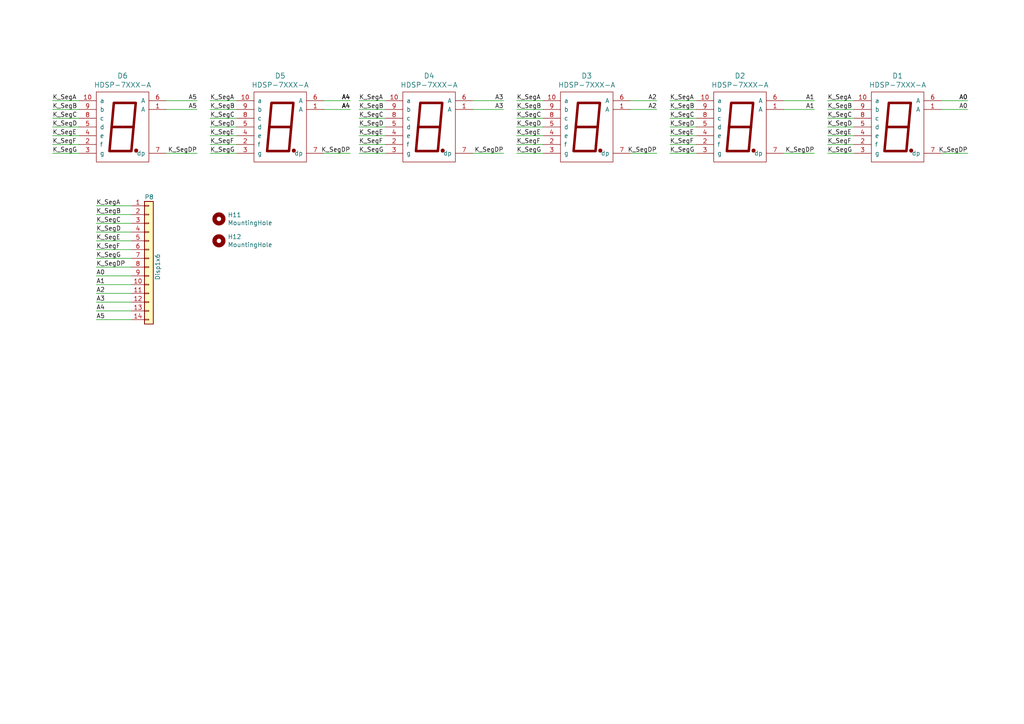
<source format=kicad_sch>
(kicad_sch (version 20211123) (generator eeschema)
  (paper "A4")
  (lib_symbols
    (symbol "Connector_Generic:Conn_01x14" (pin_names (offset 1.016) hide)
      (property "Reference" "J" (at 0 17.78 0))
      (property "Value" "Conn_01x14" (at 0 -20.32 0))
      (symbol "Conn_01x14_1_1"
        (rectangle (start -1.27 -17.653) (end 0 -17.907) (stroke (width 0.1524)))
        (rectangle (start -1.27 -15.113) (end 0 -15.367) (stroke (width 0.1524)))
        (rectangle (start -1.27 -12.573) (end 0 -12.827) (stroke (width 0.1524)))
        (rectangle (start -1.27 -10.033) (end 0 -10.287) (stroke (width 0.1524)))
        (rectangle (start -1.27 -7.493) (end 0 -7.747) (stroke (width 0.1524)))
        (rectangle (start -1.27 -4.953) (end 0 -5.207) (stroke (width 0.1524)))
        (rectangle (start -1.27 -2.413) (end 0 -2.667) (stroke (width 0.1524)))
        (rectangle (start -1.27 0.127) (end 0 -0.127) (stroke (width 0.1524)))
        (rectangle (start -1.27 2.667) (end 0 2.413) (stroke (width 0.1524)))
        (rectangle (start -1.27 5.207) (end 0 4.953) (stroke (width 0.1524)))
        (rectangle (start -1.27 7.747) (end 0 7.493) (stroke (width 0.1524)))
        (rectangle (start -1.27 10.287) (end 0 10.033) (stroke (width 0.1524)))
        (rectangle (start -1.27 12.827) (end 0 12.573) (stroke (width 0.1524)))
        (rectangle (start -1.27 15.367) (end 0 15.113) (stroke (width 0.1524)))
        (rectangle (start -1.27 16.51) (end 1.27 -19.05) (stroke (width 0.254)) (fill (type background)))
        (pin passive line (at -5.08 15.24 0) (length 3.81) (name "Pin_1") (number "1"))
        (pin passive line (at -5.08 -7.62 0) (length 3.81) (name "Pin_10") (number "10"))
        (pin passive line (at -5.08 -10.16 0) (length 3.81) (name "Pin_11") (number "11"))
        (pin passive line (at -5.08 -12.7 0) (length 3.81) (name "Pin_12") (number "12"))
        (pin passive line (at -5.08 -15.24 0) (length 3.81) (name "Pin_13") (number "13"))
        (pin passive line (at -5.08 -17.78 0) (length 3.81) (name "Pin_14") (number "14"))
        (pin passive line (at -5.08 12.7 0) (length 3.81) (name "Pin_2") (number "2"))
        (pin passive line (at -5.08 10.16 0) (length 3.81) (name "Pin_3") (number "3"))
        (pin passive line (at -5.08 7.62 0) (length 3.81) (name "Pin_4") (number "4"))
        (pin passive line (at -5.08 5.08 0) (length 3.81) (name "Pin_5") (number "5"))
        (pin passive line (at -5.08 2.54 0) (length 3.81) (name "Pin_6") (number "6"))
        (pin passive line (at -5.08 0 0) (length 3.81) (name "Pin_7") (number "7"))
        (pin passive line (at -5.08 -2.54 0) (length 3.81) (name "Pin_8") (number "8"))
        (pin passive line (at -5.08 -5.08 0) (length 3.81) (name "Pin_9") (number "9"))
      )
    )
    (symbol "GCC_display:HDSP-7XXX-A" (pin_names (offset 1.016))
      (property "Reference" "D" (at -5.08 11.43 0))
      (property "Value" "HDSP-7XXX-A" (at 0 -11.43 0))
      (property "Datasheet" "Display/HDSP-7xxx.pdf" (at 0 0 0))
      (symbol "HDSP-7XXX-A_0_1"
        (rectangle (start -7.62 10.16) (end 7.62 -10.16))
        (polyline (pts (xy -3.175 0) (xy -2.54 6.985) (xy 3.81 6.985) (xy 3.175 0)) (stroke (width 0.7366)))
        (polyline (pts (xy -3.81 -6.985) (xy 2.54 -6.985) (xy 3.175 0) (xy -3.175 0) (xy -3.81 -6.985)) (stroke (width 0.7366)))
        (circle (center 3.937 -6.858) (radius 0.508) (fill (type outline)))
      )
      (symbol "HDSP-7XXX-A_1_1"
        (pin passive line (at 12.7 5.08 180) (length 5.08) (name "A") (number "1"))
        (pin passive line (at -12.7 7.62 0) (length 5.08) (name "a") (number "10"))
        (pin passive line (at -12.7 -5.08 0) (length 5.08) (name "f") (number "2"))
        (pin passive line (at -12.7 -7.62 0) (length 5.08) (name "g") (number "3"))
        (pin passive line (at -12.7 -2.54 0) (length 5.08) (name "e") (number "4"))
        (pin passive line (at -12.7 0 0) (length 5.08) (name "d") (number "5"))
        (pin passive line (at 12.7 7.62 180) (length 5.08) (name "A") (number "6"))
        (pin passive line (at 12.7 -7.62 180) (length 5.08) (name "dp") (number "7"))
        (pin passive line (at -12.7 2.54 0) (length 5.08) (name "c") (number "8"))
        (pin passive line (at -12.7 5.08 0) (length 5.08) (name "b") (number "9"))
      )
    )
    (symbol "Mechanical:MountingHole" (pin_names (offset 1.016))
      (property "Reference" "H" (at 0 5.08 0))
      (property "Value" "MountingHole" (at 0 3.175 0))
      (symbol "MountingHole_0_1"
        (circle (center 0 0) (radius 1.27) (stroke (width 1.27)))
      )
    )
  )
  (wire (pts (xy 104.14 36.83) (xy 111.76 36.83)))
  (wire (pts (xy 60.96 31.75) (xy 68.58 31.75)))
  (wire (pts (xy 27.94 59.69) (xy 38.1 59.69)))
  (wire (pts (xy 48.26 31.75) (xy 57.15 31.75)))
  (wire (pts (xy 93.98 31.75) (xy 101.6 31.75)))
  (wire (pts (xy 280.67 44.45) (xy 273.05 44.45)))
  (wire (pts (xy 149.86 44.45) (xy 157.48 44.45)))
  (wire (pts (xy 27.94 64.77) (xy 38.1 64.77)))
  (wire (pts (xy 60.96 39.37) (xy 68.58 39.37)))
  (wire (pts (xy 104.14 41.91) (xy 111.76 41.91)))
  (wire (pts (xy 15.24 39.37) (xy 22.86 39.37)))
  (wire (pts (xy 104.14 29.21) (xy 111.76 29.21)))
  (wire (pts (xy 104.14 44.45) (xy 111.76 44.45)))
  (wire (pts (xy 27.94 74.93) (xy 38.1 74.93)))
  (wire (pts (xy 146.05 44.45) (xy 137.16 44.45)))
  (wire (pts (xy 38.1 82.55) (xy 27.94 82.55)))
  (wire (pts (xy 194.31 36.83) (xy 201.93 36.83)))
  (wire (pts (xy 38.1 92.71) (xy 27.94 92.71)))
  (wire (pts (xy 240.03 36.83) (xy 247.65 36.83)))
  (wire (pts (xy 60.96 41.91) (xy 68.58 41.91)))
  (wire (pts (xy 15.24 41.91) (xy 22.86 41.91)))
  (wire (pts (xy 60.96 34.29) (xy 68.58 34.29)))
  (wire (pts (xy 60.96 36.83) (xy 68.58 36.83)))
  (wire (pts (xy 273.05 29.21) (xy 280.67 29.21)))
  (wire (pts (xy 27.94 67.31) (xy 38.1 67.31)))
  (wire (pts (xy 57.15 44.45) (xy 48.26 44.45)))
  (wire (pts (xy 27.94 62.23) (xy 38.1 62.23)))
  (wire (pts (xy 38.1 85.09) (xy 27.94 85.09)))
  (wire (pts (xy 38.1 90.17) (xy 27.94 90.17)))
  (wire (pts (xy 273.05 31.75) (xy 280.67 31.75)))
  (wire (pts (xy 240.03 44.45) (xy 247.65 44.45)))
  (wire (pts (xy 38.1 87.63) (xy 27.94 87.63)))
  (wire (pts (xy 60.96 44.45) (xy 68.58 44.45)))
  (wire (pts (xy 149.86 41.91) (xy 157.48 41.91)))
  (wire (pts (xy 38.1 80.01) (xy 27.94 80.01)))
  (wire (pts (xy 149.86 36.83) (xy 157.48 36.83)))
  (wire (pts (xy 240.03 29.21) (xy 247.65 29.21)))
  (wire (pts (xy 194.31 34.29) (xy 201.93 34.29)))
  (wire (pts (xy 137.16 29.21) (xy 146.05 29.21)))
  (wire (pts (xy 194.31 41.91) (xy 201.93 41.91)))
  (wire (pts (xy 60.96 29.21) (xy 68.58 29.21)))
  (wire (pts (xy 27.94 77.47) (xy 38.1 77.47)))
  (wire (pts (xy 240.03 31.75) (xy 247.65 31.75)))
  (wire (pts (xy 227.33 29.21) (xy 236.22 29.21)))
  (wire (pts (xy 27.94 72.39) (xy 38.1 72.39)))
  (wire (pts (xy 15.24 29.21) (xy 22.86 29.21)))
  (wire (pts (xy 240.03 39.37) (xy 247.65 39.37)))
  (wire (pts (xy 182.88 29.21) (xy 190.5 29.21)))
  (wire (pts (xy 48.26 29.21) (xy 57.15 29.21)))
  (wire (pts (xy 15.24 36.83) (xy 22.86 36.83)))
  (wire (pts (xy 101.6 44.45) (xy 93.98 44.45)))
  (wire (pts (xy 194.31 39.37) (xy 201.93 39.37)))
  (wire (pts (xy 137.16 31.75) (xy 146.05 31.75)))
  (wire (pts (xy 194.31 44.45) (xy 201.93 44.45)))
  (wire (pts (xy 15.24 34.29) (xy 22.86 34.29)))
  (wire (pts (xy 27.94 69.85) (xy 38.1 69.85)))
  (wire (pts (xy 149.86 39.37) (xy 157.48 39.37)))
  (wire (pts (xy 15.24 31.75) (xy 22.86 31.75)))
  (wire (pts (xy 227.33 31.75) (xy 236.22 31.75)))
  (wire (pts (xy 104.14 39.37) (xy 111.76 39.37)))
  (wire (pts (xy 190.5 44.45) (xy 182.88 44.45)))
  (wire (pts (xy 15.24 44.45) (xy 22.86 44.45)))
  (wire (pts (xy 194.31 29.21) (xy 201.93 29.21)))
  (wire (pts (xy 93.98 29.21) (xy 101.6 29.21)))
  (wire (pts (xy 149.86 29.21) (xy 157.48 29.21)))
  (wire (pts (xy 149.86 31.75) (xy 157.48 31.75)))
  (wire (pts (xy 104.14 31.75) (xy 111.76 31.75)))
  (wire (pts (xy 104.14 34.29) (xy 111.76 34.29)))
  (wire (pts (xy 194.31 31.75) (xy 201.93 31.75)))
  (wire (pts (xy 149.86 34.29) (xy 157.48 34.29)))
  (wire (pts (xy 236.22 44.45) (xy 227.33 44.45)))
  (wire (pts (xy 240.03 34.29) (xy 247.65 34.29)))
  (wire (pts (xy 182.88 31.75) (xy 190.5 31.75)))
  (wire (pts (xy 240.03 41.91) (xy 247.65 41.91)))
  (label "K_SegA" (at 60.96 29.21 0))
  (label "K_SegD" (at 104.14 36.83 0))
  (label "A4" (at 101.6 29.21 180))
  (label "A0" (at 280.67 29.21 180))
  (label "K_SegB" (at 27.94 62.23 0))
  (label "K_SegF" (at 104.14 41.91 0))
  (label "K_SegD" (at 240.03 36.83 0))
  (label "K_SegC" (at 194.31 34.29 0))
  (label "A3" (at 146.05 29.21 180))
  (label "K_SegG" (at 194.31 44.45 0))
  (label "K_SegA" (at 149.86 29.21 0))
  (label "A0" (at 27.94 80.01 0))
  (label "K_SegB" (at 15.24 31.75 0))
  (label "K_SegB" (at 149.86 31.75 0))
  (label "K_SegDP" (at 236.22 44.45 180))
  (label "K_SegE" (at 15.24 39.37 0))
  (label "A5" (at 27.94 92.71 0))
  (label "K_SegDP" (at 27.94 77.47 0))
  (label "K_SegA" (at 15.24 29.21 0))
  (label "K_SegF" (at 60.96 41.91 0))
  (label "A0" (at 280.67 31.75 180))
  (label "A1" (at 236.22 31.75 180))
  (label "K_SegC" (at 27.94 64.77 0))
  (label "K_SegE" (at 60.96 39.37 0))
  (label "K_SegE" (at 149.86 39.37 0))
  (label "A4" (at 101.6 29.21 180))
  (label "K_SegDP" (at 101.6 44.45 180))
  (label "K_SegF" (at 27.94 72.39 0))
  (label "K_SegA" (at 240.03 29.21 0))
  (label "A4" (at 101.6 31.75 180))
  (label "A3" (at 146.05 31.75 180))
  (label "K_SegB" (at 194.31 31.75 0))
  (label "A4" (at 101.6 31.75 180))
  (label "K_SegE" (at 104.14 39.37 0))
  (label "K_SegDP" (at 57.15 44.45 180))
  (label "K_SegE" (at 240.03 39.37 0))
  (label "K_SegE" (at 27.94 69.85 0))
  (label "K_SegDP" (at 146.05 44.45 180))
  (label "A0" (at 280.67 29.21 180))
  (label "K_SegC" (at 60.96 34.29 0))
  (label "A1" (at 27.94 82.55 0))
  (label "K_SegDP" (at 280.67 44.45 180))
  (label "K_SegE" (at 194.31 39.37 0))
  (label "K_SegF" (at 240.03 41.91 0))
  (label "A3" (at 27.94 87.63 0))
  (label "K_SegF" (at 194.31 41.91 0))
  (label "K_SegG" (at 15.24 44.45 0))
  (label "K_SegG" (at 27.94 74.93 0))
  (label "A4" (at 101.6 29.21 180))
  (label "A2" (at 27.94 85.09 0))
  (label "K_SegF" (at 149.86 41.91 0))
  (label "K_SegA" (at 194.31 29.21 0))
  (label "A5" (at 57.15 31.75 180))
  (label "A4" (at 101.6 31.75 180))
  (label "K_SegA" (at 27.94 59.69 0))
  (label "A2" (at 190.5 29.21 180))
  (label "K_SegG" (at 104.14 44.45 0))
  (label "A1" (at 236.22 29.21 180))
  (label "K_SegB" (at 60.96 31.75 0))
  (label "K_SegC" (at 240.03 34.29 0))
  (label "K_SegC" (at 149.86 34.29 0))
  (label "K_SegC" (at 104.14 34.29 0))
  (label "K_SegF" (at 15.24 41.91 0))
  (label "K_SegD" (at 60.96 36.83 0))
  (label "K_SegD" (at 194.31 36.83 0))
  (label "A5" (at 57.15 29.21 180))
  (label "K_SegA" (at 104.14 29.21 0))
  (label "A4" (at 101.6 31.75 180))
  (label "K_SegC" (at 15.24 34.29 0))
  (label "A2" (at 190.5 31.75 180))
  (label "K_SegD" (at 27.94 67.31 0))
  (label "A4" (at 101.6 29.21 180))
  (label "K_SegD" (at 149.86 36.83 0))
  (label "K_SegB" (at 104.14 31.75 0))
  (label "K_SegDP" (at 190.5 44.45 180))
  (label "K_SegG" (at 60.96 44.45 0))
  (label "K_SegG" (at 240.03 44.45 0))
  (label "K_SegG" (at 149.86 44.45 0))
  (label "K_SegD" (at 15.24 36.83 0))
  (label "A4" (at 27.94 90.17 0))
  (label "K_SegB" (at 240.03 31.75 0))
  (symbol (lib_id "Mechanical:MountingHole") (at 63.5 63.5 0) (unit 1)
    (property "Reference" "H11" (at 66.04 62.3316 0) (effects (justify left)))
    (property "Value" "MountingHole" (at 66.04 64.643 0) (effects (justify left)))
    (property "Footprint" "GCC_holes:Hole3mm" (effects hide))
  )
  (symbol (lib_id "Mechanical:MountingHole") (at 63.5 69.85 0) (unit 1)
    (property "Reference" "H12" (at 66.04 68.6816 0) (effects (justify left)))
    (property "Value" "MountingHole" (at 66.04 70.993 0) (effects (justify left)))
    (property "Footprint" "GCC_holes:Hole3mm" (effects hide))
  )
  (symbol (lib_id "GCC_display:HDSP-7XXX-A") (at 260.35 36.83 0) (unit 1)
    (property "Reference" "D1" (at 260.35 21.9964 0) (effects (font (size 1.4986 1.4986))))
    (property "Value" "HDSP-7XXX-A" (at 260.35 24.638 0) (effects (font (size 1.4732 1.4732))))
    (property "Footprint" "GCC_Display:Disp7_036" (effects hide))
    (property "Datasheet" "Display/HDSP-7xxx.pdf" (effects hide))
  )
  (symbol (lib_id "GCC_display:HDSP-7XXX-A") (at 81.28 36.83 0) (unit 1)
    (property "Reference" "D5" (at 81.28 21.9964 0) (effects (font (size 1.4986 1.4986))))
    (property "Value" "HDSP-7XXX-A" (at 81.28 24.638 0) (effects (font (size 1.4732 1.4732))))
    (property "Footprint" "GCC_Display:Disp7_036" (effects hide))
    (property "Datasheet" "Display/HDSP-7xxx.pdf" (effects hide))
  )
  (symbol (lib_id "GCC_display:HDSP-7XXX-A") (at 124.46 36.83 0) (unit 1)
    (property "Reference" "D4" (at 124.46 21.9964 0) (effects (font (size 1.4986 1.4986))))
    (property "Value" "HDSP-7XXX-A" (at 124.46 24.638 0) (effects (font (size 1.4732 1.4732))))
    (property "Footprint" "GCC_Display:Disp7_036" (effects hide))
    (property "Datasheet" "Display/HDSP-7xxx.pdf" (effects hide))
  )
  (symbol (lib_id "GCC_display:HDSP-7XXX-A") (at 170.18 36.83 0) (unit 1)
    (property "Reference" "D3" (at 170.18 21.9964 0) (effects (font (size 1.4986 1.4986))))
    (property "Value" "HDSP-7XXX-A" (at 170.18 24.638 0) (effects (font (size 1.4732 1.4732))))
    (property "Footprint" "GCC_Display:Disp7_036" (effects hide))
    (property "Datasheet" "Display/HDSP-7xxx.pdf" (effects hide))
  )
  (symbol (lib_id "GCC_display:HDSP-7XXX-A") (at 214.63 36.83 0) (unit 1)
    (property "Reference" "D2" (at 214.63 21.9964 0) (effects (font (size 1.4986 1.4986))))
    (property "Value" "HDSP-7XXX-A" (at 214.63 24.638 0) (effects (font (size 1.4732 1.4732))))
    (property "Footprint" "GCC_Display:Disp7_036" (effects hide))
    (property "Datasheet" "Display/HDSP-7xxx.pdf" (effects hide))
  )
  (symbol (lib_id "GCC_display:HDSP-7XXX-A") (at 35.56 36.83 0) (unit 1)
    (property "Reference" "D6" (at 35.56 21.9964 0) (effects (font (size 1.4986 1.4986))))
    (property "Value" "HDSP-7XXX-A" (at 35.56 24.638 0) (effects (font (size 1.4732 1.4732))))
    (property "Footprint" "GCC_Display:Disp7_036" (effects hide))
    (property "Datasheet" "Display/HDSP-7xxx.pdf" (effects hide))
  )
  (symbol (lib_id "Connector_Generic:Conn_01x14") (at 43.18 74.93 0) (unit 1)
    (property "Reference" "P8" (at 41.91 57.15 0) (effects (justify left)))
    (property "Value" "Disp1x6" (at 45.72 81.28 90) (effects (justify left)))
    (property "Footprint" "Connector_IDC:IDC-Header_2x07_P2.54mm_Vertical" (effects hide))
  )
)
</source>
